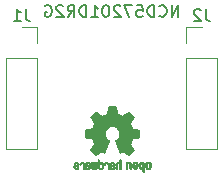
<source format=gbr>
%TF.GenerationSoftware,KiCad,Pcbnew,7.0.10*%
%TF.CreationDate,2024-02-08T11:38:55+02:00*%
%TF.ProjectId,NCD57201DR2G_breakout,4e434435-3732-4303-9144-5232475f6272,0.1*%
%TF.SameCoordinates,Original*%
%TF.FileFunction,Legend,Bot*%
%TF.FilePolarity,Positive*%
%FSLAX46Y46*%
G04 Gerber Fmt 4.6, Leading zero omitted, Abs format (unit mm)*
G04 Created by KiCad (PCBNEW 7.0.10) date 2024-02-08 11:38:55*
%MOMM*%
%LPD*%
G01*
G04 APERTURE LIST*
%ADD10C,0.200000*%
%ADD11C,0.150000*%
%ADD12C,0.010000*%
%ADD13C,0.120000*%
G04 APERTURE END LIST*
D10*
X121695456Y-64662619D02*
X121695456Y-63662619D01*
X121695456Y-63662619D02*
X121124028Y-64662619D01*
X121124028Y-64662619D02*
X121124028Y-63662619D01*
X120076409Y-64567380D02*
X120124028Y-64615000D01*
X120124028Y-64615000D02*
X120266885Y-64662619D01*
X120266885Y-64662619D02*
X120362123Y-64662619D01*
X120362123Y-64662619D02*
X120504980Y-64615000D01*
X120504980Y-64615000D02*
X120600218Y-64519761D01*
X120600218Y-64519761D02*
X120647837Y-64424523D01*
X120647837Y-64424523D02*
X120695456Y-64234047D01*
X120695456Y-64234047D02*
X120695456Y-64091190D01*
X120695456Y-64091190D02*
X120647837Y-63900714D01*
X120647837Y-63900714D02*
X120600218Y-63805476D01*
X120600218Y-63805476D02*
X120504980Y-63710238D01*
X120504980Y-63710238D02*
X120362123Y-63662619D01*
X120362123Y-63662619D02*
X120266885Y-63662619D01*
X120266885Y-63662619D02*
X120124028Y-63710238D01*
X120124028Y-63710238D02*
X120076409Y-63757857D01*
X119647837Y-64662619D02*
X119647837Y-63662619D01*
X119647837Y-63662619D02*
X119409742Y-63662619D01*
X119409742Y-63662619D02*
X119266885Y-63710238D01*
X119266885Y-63710238D02*
X119171647Y-63805476D01*
X119171647Y-63805476D02*
X119124028Y-63900714D01*
X119124028Y-63900714D02*
X119076409Y-64091190D01*
X119076409Y-64091190D02*
X119076409Y-64234047D01*
X119076409Y-64234047D02*
X119124028Y-64424523D01*
X119124028Y-64424523D02*
X119171647Y-64519761D01*
X119171647Y-64519761D02*
X119266885Y-64615000D01*
X119266885Y-64615000D02*
X119409742Y-64662619D01*
X119409742Y-64662619D02*
X119647837Y-64662619D01*
X118171647Y-63662619D02*
X118647837Y-63662619D01*
X118647837Y-63662619D02*
X118695456Y-64138809D01*
X118695456Y-64138809D02*
X118647837Y-64091190D01*
X118647837Y-64091190D02*
X118552599Y-64043571D01*
X118552599Y-64043571D02*
X118314504Y-64043571D01*
X118314504Y-64043571D02*
X118219266Y-64091190D01*
X118219266Y-64091190D02*
X118171647Y-64138809D01*
X118171647Y-64138809D02*
X118124028Y-64234047D01*
X118124028Y-64234047D02*
X118124028Y-64472142D01*
X118124028Y-64472142D02*
X118171647Y-64567380D01*
X118171647Y-64567380D02*
X118219266Y-64615000D01*
X118219266Y-64615000D02*
X118314504Y-64662619D01*
X118314504Y-64662619D02*
X118552599Y-64662619D01*
X118552599Y-64662619D02*
X118647837Y-64615000D01*
X118647837Y-64615000D02*
X118695456Y-64567380D01*
X117790694Y-63662619D02*
X117124028Y-63662619D01*
X117124028Y-63662619D02*
X117552599Y-64662619D01*
X116790694Y-63757857D02*
X116743075Y-63710238D01*
X116743075Y-63710238D02*
X116647837Y-63662619D01*
X116647837Y-63662619D02*
X116409742Y-63662619D01*
X116409742Y-63662619D02*
X116314504Y-63710238D01*
X116314504Y-63710238D02*
X116266885Y-63757857D01*
X116266885Y-63757857D02*
X116219266Y-63853095D01*
X116219266Y-63853095D02*
X116219266Y-63948333D01*
X116219266Y-63948333D02*
X116266885Y-64091190D01*
X116266885Y-64091190D02*
X116838313Y-64662619D01*
X116838313Y-64662619D02*
X116219266Y-64662619D01*
X115600218Y-63662619D02*
X115504980Y-63662619D01*
X115504980Y-63662619D02*
X115409742Y-63710238D01*
X115409742Y-63710238D02*
X115362123Y-63757857D01*
X115362123Y-63757857D02*
X115314504Y-63853095D01*
X115314504Y-63853095D02*
X115266885Y-64043571D01*
X115266885Y-64043571D02*
X115266885Y-64281666D01*
X115266885Y-64281666D02*
X115314504Y-64472142D01*
X115314504Y-64472142D02*
X115362123Y-64567380D01*
X115362123Y-64567380D02*
X115409742Y-64615000D01*
X115409742Y-64615000D02*
X115504980Y-64662619D01*
X115504980Y-64662619D02*
X115600218Y-64662619D01*
X115600218Y-64662619D02*
X115695456Y-64615000D01*
X115695456Y-64615000D02*
X115743075Y-64567380D01*
X115743075Y-64567380D02*
X115790694Y-64472142D01*
X115790694Y-64472142D02*
X115838313Y-64281666D01*
X115838313Y-64281666D02*
X115838313Y-64043571D01*
X115838313Y-64043571D02*
X115790694Y-63853095D01*
X115790694Y-63853095D02*
X115743075Y-63757857D01*
X115743075Y-63757857D02*
X115695456Y-63710238D01*
X115695456Y-63710238D02*
X115600218Y-63662619D01*
X114314504Y-64662619D02*
X114885932Y-64662619D01*
X114600218Y-64662619D02*
X114600218Y-63662619D01*
X114600218Y-63662619D02*
X114695456Y-63805476D01*
X114695456Y-63805476D02*
X114790694Y-63900714D01*
X114790694Y-63900714D02*
X114885932Y-63948333D01*
X113885932Y-64662619D02*
X113885932Y-63662619D01*
X113885932Y-63662619D02*
X113647837Y-63662619D01*
X113647837Y-63662619D02*
X113504980Y-63710238D01*
X113504980Y-63710238D02*
X113409742Y-63805476D01*
X113409742Y-63805476D02*
X113362123Y-63900714D01*
X113362123Y-63900714D02*
X113314504Y-64091190D01*
X113314504Y-64091190D02*
X113314504Y-64234047D01*
X113314504Y-64234047D02*
X113362123Y-64424523D01*
X113362123Y-64424523D02*
X113409742Y-64519761D01*
X113409742Y-64519761D02*
X113504980Y-64615000D01*
X113504980Y-64615000D02*
X113647837Y-64662619D01*
X113647837Y-64662619D02*
X113885932Y-64662619D01*
X112314504Y-64662619D02*
X112647837Y-64186428D01*
X112885932Y-64662619D02*
X112885932Y-63662619D01*
X112885932Y-63662619D02*
X112504980Y-63662619D01*
X112504980Y-63662619D02*
X112409742Y-63710238D01*
X112409742Y-63710238D02*
X112362123Y-63757857D01*
X112362123Y-63757857D02*
X112314504Y-63853095D01*
X112314504Y-63853095D02*
X112314504Y-63995952D01*
X112314504Y-63995952D02*
X112362123Y-64091190D01*
X112362123Y-64091190D02*
X112409742Y-64138809D01*
X112409742Y-64138809D02*
X112504980Y-64186428D01*
X112504980Y-64186428D02*
X112885932Y-64186428D01*
X111933551Y-63757857D02*
X111885932Y-63710238D01*
X111885932Y-63710238D02*
X111790694Y-63662619D01*
X111790694Y-63662619D02*
X111552599Y-63662619D01*
X111552599Y-63662619D02*
X111457361Y-63710238D01*
X111457361Y-63710238D02*
X111409742Y-63757857D01*
X111409742Y-63757857D02*
X111362123Y-63853095D01*
X111362123Y-63853095D02*
X111362123Y-63948333D01*
X111362123Y-63948333D02*
X111409742Y-64091190D01*
X111409742Y-64091190D02*
X111981170Y-64662619D01*
X111981170Y-64662619D02*
X111362123Y-64662619D01*
X110409742Y-63710238D02*
X110504980Y-63662619D01*
X110504980Y-63662619D02*
X110647837Y-63662619D01*
X110647837Y-63662619D02*
X110790694Y-63710238D01*
X110790694Y-63710238D02*
X110885932Y-63805476D01*
X110885932Y-63805476D02*
X110933551Y-63900714D01*
X110933551Y-63900714D02*
X110981170Y-64091190D01*
X110981170Y-64091190D02*
X110981170Y-64234047D01*
X110981170Y-64234047D02*
X110933551Y-64424523D01*
X110933551Y-64424523D02*
X110885932Y-64519761D01*
X110885932Y-64519761D02*
X110790694Y-64615000D01*
X110790694Y-64615000D02*
X110647837Y-64662619D01*
X110647837Y-64662619D02*
X110552599Y-64662619D01*
X110552599Y-64662619D02*
X110409742Y-64615000D01*
X110409742Y-64615000D02*
X110362123Y-64567380D01*
X110362123Y-64567380D02*
X110362123Y-64234047D01*
X110362123Y-64234047D02*
X110552599Y-64234047D01*
D11*
X124005933Y-63987619D02*
X124005933Y-64701904D01*
X124005933Y-64701904D02*
X124053552Y-64844761D01*
X124053552Y-64844761D02*
X124148790Y-64940000D01*
X124148790Y-64940000D02*
X124291647Y-64987619D01*
X124291647Y-64987619D02*
X124386885Y-64987619D01*
X123577361Y-64082857D02*
X123529742Y-64035238D01*
X123529742Y-64035238D02*
X123434504Y-63987619D01*
X123434504Y-63987619D02*
X123196409Y-63987619D01*
X123196409Y-63987619D02*
X123101171Y-64035238D01*
X123101171Y-64035238D02*
X123053552Y-64082857D01*
X123053552Y-64082857D02*
X123005933Y-64178095D01*
X123005933Y-64178095D02*
X123005933Y-64273333D01*
X123005933Y-64273333D02*
X123053552Y-64416190D01*
X123053552Y-64416190D02*
X123624980Y-64987619D01*
X123624980Y-64987619D02*
X123005933Y-64987619D01*
X108765933Y-63987619D02*
X108765933Y-64701904D01*
X108765933Y-64701904D02*
X108813552Y-64844761D01*
X108813552Y-64844761D02*
X108908790Y-64940000D01*
X108908790Y-64940000D02*
X109051647Y-64987619D01*
X109051647Y-64987619D02*
X109146885Y-64987619D01*
X107765933Y-64987619D02*
X108337361Y-64987619D01*
X108051647Y-64987619D02*
X108051647Y-63987619D01*
X108051647Y-63987619D02*
X108146885Y-64130476D01*
X108146885Y-64130476D02*
X108242123Y-64225714D01*
X108242123Y-64225714D02*
X108337361Y-64273333D01*
%TO.C,REF\u002A\u002A*%
D12*
X114733941Y-76939282D02*
X114765774Y-76951758D01*
X114802743Y-76968602D01*
X114802743Y-77455196D01*
X114756812Y-77501127D01*
X114746320Y-77511427D01*
X114717255Y-77534320D01*
X114687943Y-77541735D01*
X114644326Y-77538321D01*
X114626568Y-77536114D01*
X114580767Y-77531445D01*
X114548743Y-77529585D01*
X114539244Y-77529869D01*
X114500274Y-77532948D01*
X114453160Y-77538321D01*
X114438085Y-77540168D01*
X114400110Y-77540893D01*
X114372325Y-77529429D01*
X114340674Y-77501127D01*
X114294743Y-77455196D01*
X114294743Y-77195055D01*
X114295101Y-77118180D01*
X114296216Y-77044886D01*
X114297952Y-76986850D01*
X114300167Y-76948663D01*
X114302721Y-76934914D01*
X114303256Y-76934951D01*
X114321808Y-76941793D01*
X114353153Y-76956868D01*
X114395608Y-76978822D01*
X114399604Y-77207240D01*
X114403600Y-77435657D01*
X114490686Y-77435657D01*
X114494657Y-77185286D01*
X114495916Y-77117227D01*
X114497718Y-77044482D01*
X114499671Y-76986730D01*
X114501612Y-76948648D01*
X114503377Y-76934914D01*
X114503885Y-76934962D01*
X114521482Y-76940015D01*
X114553834Y-76950849D01*
X114599543Y-76966783D01*
X114599765Y-77186706D01*
X114599988Y-77224909D01*
X114601531Y-77299146D01*
X114604292Y-77361145D01*
X114607977Y-77405308D01*
X114612292Y-77426041D01*
X114627732Y-77437131D01*
X114659241Y-77440556D01*
X114693886Y-77435657D01*
X114697857Y-77185286D01*
X114699278Y-77121663D01*
X114702225Y-77046356D01*
X114706079Y-76987286D01*
X114710542Y-76948718D01*
X114715317Y-76934914D01*
X114733941Y-76939282D01*
G36*
X114733941Y-76939282D02*
G01*
X114765774Y-76951758D01*
X114802743Y-76968602D01*
X114802743Y-77455196D01*
X114756812Y-77501127D01*
X114746320Y-77511427D01*
X114717255Y-77534320D01*
X114687943Y-77541735D01*
X114644326Y-77538321D01*
X114626568Y-77536114D01*
X114580767Y-77531445D01*
X114548743Y-77529585D01*
X114539244Y-77529869D01*
X114500274Y-77532948D01*
X114453160Y-77538321D01*
X114438085Y-77540168D01*
X114400110Y-77540893D01*
X114372325Y-77529429D01*
X114340674Y-77501127D01*
X114294743Y-77455196D01*
X114294743Y-77195055D01*
X114295101Y-77118180D01*
X114296216Y-77044886D01*
X114297952Y-76986850D01*
X114300167Y-76948663D01*
X114302721Y-76934914D01*
X114303256Y-76934951D01*
X114321808Y-76941793D01*
X114353153Y-76956868D01*
X114395608Y-76978822D01*
X114399604Y-77207240D01*
X114403600Y-77435657D01*
X114490686Y-77435657D01*
X114494657Y-77185286D01*
X114495916Y-77117227D01*
X114497718Y-77044482D01*
X114499671Y-76986730D01*
X114501612Y-76948648D01*
X114503377Y-76934914D01*
X114503885Y-76934962D01*
X114521482Y-76940015D01*
X114553834Y-76950849D01*
X114599543Y-76966783D01*
X114599765Y-77186706D01*
X114599988Y-77224909D01*
X114601531Y-77299146D01*
X114604292Y-77361145D01*
X114607977Y-77405308D01*
X114612292Y-77426041D01*
X114627732Y-77437131D01*
X114659241Y-77440556D01*
X114693886Y-77435657D01*
X114697857Y-77185286D01*
X114699278Y-77121663D01*
X114702225Y-77046356D01*
X114706079Y-76987286D01*
X114710542Y-76948718D01*
X114715317Y-76934914D01*
X114733941Y-76939282D01*
G37*
X119345714Y-77225200D02*
X119345701Y-77240935D01*
X119344914Y-77311119D01*
X119342210Y-77360022D01*
X119336606Y-77394178D01*
X119327119Y-77420124D01*
X119312768Y-77444397D01*
X119309237Y-77449433D01*
X119271878Y-77489143D01*
X119229311Y-77519092D01*
X119207452Y-77528810D01*
X119128908Y-77545020D01*
X119051231Y-77534535D01*
X118979645Y-77498707D01*
X118919374Y-77438887D01*
X118914286Y-77430873D01*
X118897730Y-77384342D01*
X118886573Y-77319552D01*
X118881160Y-77244727D01*
X118881768Y-77175513D01*
X119028248Y-77175513D01*
X119029402Y-77271399D01*
X119029866Y-77277569D01*
X119036629Y-77330478D01*
X119048671Y-77364029D01*
X119069005Y-77387016D01*
X119103097Y-77408548D01*
X119136814Y-77409680D01*
X119171543Y-77384857D01*
X119177584Y-77378325D01*
X119189417Y-77358779D01*
X119196404Y-77330386D01*
X119199727Y-77286430D01*
X119200571Y-77220192D01*
X119199125Y-77158150D01*
X119191907Y-77099042D01*
X119177006Y-77061686D01*
X119152636Y-77042152D01*
X119117008Y-77036514D01*
X119103440Y-77037635D01*
X119065430Y-77058194D01*
X119040312Y-77104299D01*
X119028248Y-77175513D01*
X118881768Y-77175513D01*
X118881833Y-77168096D01*
X118888937Y-77097882D01*
X118902815Y-77042312D01*
X118920649Y-77005301D01*
X118970855Y-76947733D01*
X119038885Y-76911962D01*
X119122158Y-76899665D01*
X119144398Y-76900331D01*
X119209891Y-76913947D01*
X119263687Y-76948249D01*
X119313057Y-77007338D01*
X119315995Y-77011722D01*
X119329287Y-77035299D01*
X119337932Y-77061949D01*
X119342904Y-77098159D01*
X119345174Y-77150413D01*
X119345678Y-77220192D01*
X119345714Y-77225200D01*
G36*
X119345714Y-77225200D02*
G01*
X119345701Y-77240935D01*
X119344914Y-77311119D01*
X119342210Y-77360022D01*
X119336606Y-77394178D01*
X119327119Y-77420124D01*
X119312768Y-77444397D01*
X119309237Y-77449433D01*
X119271878Y-77489143D01*
X119229311Y-77519092D01*
X119207452Y-77528810D01*
X119128908Y-77545020D01*
X119051231Y-77534535D01*
X118979645Y-77498707D01*
X118919374Y-77438887D01*
X118914286Y-77430873D01*
X118897730Y-77384342D01*
X118886573Y-77319552D01*
X118881160Y-77244727D01*
X118881768Y-77175513D01*
X119028248Y-77175513D01*
X119029402Y-77271399D01*
X119029866Y-77277569D01*
X119036629Y-77330478D01*
X119048671Y-77364029D01*
X119069005Y-77387016D01*
X119103097Y-77408548D01*
X119136814Y-77409680D01*
X119171543Y-77384857D01*
X119177584Y-77378325D01*
X119189417Y-77358779D01*
X119196404Y-77330386D01*
X119199727Y-77286430D01*
X119200571Y-77220192D01*
X119199125Y-77158150D01*
X119191907Y-77099042D01*
X119177006Y-77061686D01*
X119152636Y-77042152D01*
X119117008Y-77036514D01*
X119103440Y-77037635D01*
X119065430Y-77058194D01*
X119040312Y-77104299D01*
X119028248Y-77175513D01*
X118881768Y-77175513D01*
X118881833Y-77168096D01*
X118888937Y-77097882D01*
X118902815Y-77042312D01*
X118920649Y-77005301D01*
X118970855Y-76947733D01*
X119038885Y-76911962D01*
X119122158Y-76899665D01*
X119144398Y-76900331D01*
X119209891Y-76913947D01*
X119263687Y-76948249D01*
X119313057Y-77007338D01*
X119315995Y-77011722D01*
X119329287Y-77035299D01*
X119337932Y-77061949D01*
X119342904Y-77098159D01*
X119345174Y-77150413D01*
X119345678Y-77220192D01*
X119345714Y-77225200D01*
G37*
X113220590Y-77242622D02*
X113220307Y-77281305D01*
X113216762Y-77357521D01*
X113207483Y-77413294D01*
X113190375Y-77454613D01*
X113163344Y-77487467D01*
X113124292Y-77517846D01*
X113099445Y-77531660D01*
X113059615Y-77540965D01*
X113003665Y-77540230D01*
X112972385Y-77537283D01*
X112934653Y-77528283D01*
X112904494Y-77508720D01*
X112869408Y-77472267D01*
X112864720Y-77466943D01*
X112833177Y-77425969D01*
X112818128Y-77390283D01*
X112814286Y-77347966D01*
X112814286Y-77285779D01*
X112857742Y-77302182D01*
X112889424Y-77321356D01*
X112916962Y-77366347D01*
X112922711Y-77380752D01*
X112954855Y-77421546D01*
X112998611Y-77442081D01*
X113046254Y-77440235D01*
X113090057Y-77413886D01*
X113105111Y-77397455D01*
X113118763Y-77372667D01*
X113114493Y-77350144D01*
X113089916Y-77326964D01*
X113042651Y-77300202D01*
X112970314Y-77266934D01*
X112821543Y-77201816D01*
X112817595Y-77137308D01*
X112819079Y-77096220D01*
X112916010Y-77096220D01*
X112923368Y-77121657D01*
X112956848Y-77148814D01*
X113017614Y-77179714D01*
X113027669Y-77184190D01*
X113075751Y-77205017D01*
X113111726Y-77219665D01*
X113128444Y-77225200D01*
X113130977Y-77221126D01*
X113131993Y-77196247D01*
X113128369Y-77156257D01*
X113119242Y-77117152D01*
X113090773Y-77067884D01*
X113049678Y-77040122D01*
X113000590Y-77036364D01*
X112948144Y-77059109D01*
X112933609Y-77070481D01*
X112916010Y-77096220D01*
X112819079Y-77096220D01*
X112819338Y-77089064D01*
X112841281Y-77028096D01*
X112868979Y-76994497D01*
X112926405Y-76956966D01*
X112994527Y-76938006D01*
X113064947Y-76939507D01*
X113129267Y-76963355D01*
X113143426Y-76972513D01*
X113175904Y-77000849D01*
X113198116Y-77036695D01*
X113211804Y-77085384D01*
X113218715Y-77152249D01*
X113219628Y-77196247D01*
X113220590Y-77242622D01*
G36*
X113220590Y-77242622D02*
G01*
X113220307Y-77281305D01*
X113216762Y-77357521D01*
X113207483Y-77413294D01*
X113190375Y-77454613D01*
X113163344Y-77487467D01*
X113124292Y-77517846D01*
X113099445Y-77531660D01*
X113059615Y-77540965D01*
X113003665Y-77540230D01*
X112972385Y-77537283D01*
X112934653Y-77528283D01*
X112904494Y-77508720D01*
X112869408Y-77472267D01*
X112864720Y-77466943D01*
X112833177Y-77425969D01*
X112818128Y-77390283D01*
X112814286Y-77347966D01*
X112814286Y-77285779D01*
X112857742Y-77302182D01*
X112889424Y-77321356D01*
X112916962Y-77366347D01*
X112922711Y-77380752D01*
X112954855Y-77421546D01*
X112998611Y-77442081D01*
X113046254Y-77440235D01*
X113090057Y-77413886D01*
X113105111Y-77397455D01*
X113118763Y-77372667D01*
X113114493Y-77350144D01*
X113089916Y-77326964D01*
X113042651Y-77300202D01*
X112970314Y-77266934D01*
X112821543Y-77201816D01*
X112817595Y-77137308D01*
X112819079Y-77096220D01*
X112916010Y-77096220D01*
X112923368Y-77121657D01*
X112956848Y-77148814D01*
X113017614Y-77179714D01*
X113027669Y-77184190D01*
X113075751Y-77205017D01*
X113111726Y-77219665D01*
X113128444Y-77225200D01*
X113130977Y-77221126D01*
X113131993Y-77196247D01*
X113128369Y-77156257D01*
X113119242Y-77117152D01*
X113090773Y-77067884D01*
X113049678Y-77040122D01*
X113000590Y-77036364D01*
X112948144Y-77059109D01*
X112933609Y-77070481D01*
X112916010Y-77096220D01*
X112819079Y-77096220D01*
X112819338Y-77089064D01*
X112841281Y-77028096D01*
X112868979Y-76994497D01*
X112926405Y-76956966D01*
X112994527Y-76938006D01*
X113064947Y-76939507D01*
X113129267Y-76963355D01*
X113143426Y-76972513D01*
X113175904Y-77000849D01*
X113198116Y-77036695D01*
X113211804Y-77085384D01*
X113218715Y-77152249D01*
X113219628Y-77196247D01*
X113220590Y-77242622D01*
G37*
X117511020Y-76907822D02*
X117578810Y-76939680D01*
X117634366Y-76994770D01*
X117645881Y-77012016D01*
X117655432Y-77031562D01*
X117662206Y-77056198D01*
X117666819Y-77090711D01*
X117669888Y-77139889D01*
X117672029Y-77208519D01*
X117673859Y-77301389D01*
X117678404Y-77559007D01*
X117640225Y-77544491D01*
X117605268Y-77531156D01*
X117579097Y-77518323D01*
X117562013Y-77501780D01*
X117552086Y-77476465D01*
X117547386Y-77437316D01*
X117545982Y-77379268D01*
X117545943Y-77297261D01*
X117545744Y-77231895D01*
X117544559Y-77169173D01*
X117541729Y-77126334D01*
X117536609Y-77098220D01*
X117528553Y-77079675D01*
X117516914Y-77065543D01*
X117488303Y-77045600D01*
X117440239Y-77038083D01*
X117392688Y-77057079D01*
X117389550Y-77059511D01*
X117379769Y-77070748D01*
X117372553Y-77088770D01*
X117367299Y-77118026D01*
X117363402Y-77162962D01*
X117360256Y-77228028D01*
X117357257Y-77317670D01*
X117350000Y-77557697D01*
X117288314Y-77530044D01*
X117226629Y-77502391D01*
X117226629Y-77283246D01*
X117226884Y-77223711D01*
X117229086Y-77140892D01*
X117234661Y-77079227D01*
X117244941Y-77033748D01*
X117261258Y-76999484D01*
X117284943Y-76971466D01*
X117317328Y-76944723D01*
X117363907Y-76917780D01*
X117437287Y-76900191D01*
X117511020Y-76907822D01*
G36*
X117511020Y-76907822D02*
G01*
X117578810Y-76939680D01*
X117634366Y-76994770D01*
X117645881Y-77012016D01*
X117655432Y-77031562D01*
X117662206Y-77056198D01*
X117666819Y-77090711D01*
X117669888Y-77139889D01*
X117672029Y-77208519D01*
X117673859Y-77301389D01*
X117678404Y-77559007D01*
X117640225Y-77544491D01*
X117605268Y-77531156D01*
X117579097Y-77518323D01*
X117562013Y-77501780D01*
X117552086Y-77476465D01*
X117547386Y-77437316D01*
X117545982Y-77379268D01*
X117545943Y-77297261D01*
X117545744Y-77231895D01*
X117544559Y-77169173D01*
X117541729Y-77126334D01*
X117536609Y-77098220D01*
X117528553Y-77079675D01*
X117516914Y-77065543D01*
X117488303Y-77045600D01*
X117440239Y-77038083D01*
X117392688Y-77057079D01*
X117389550Y-77059511D01*
X117379769Y-77070748D01*
X117372553Y-77088770D01*
X117367299Y-77118026D01*
X117363402Y-77162962D01*
X117360256Y-77228028D01*
X117357257Y-77317670D01*
X117350000Y-77557697D01*
X117288314Y-77530044D01*
X117226629Y-77502391D01*
X117226629Y-77283246D01*
X117226884Y-77223711D01*
X117229086Y-77140892D01*
X117234661Y-77079227D01*
X117244941Y-77033748D01*
X117261258Y-76999484D01*
X117284943Y-76971466D01*
X117317328Y-76944723D01*
X117363907Y-76917780D01*
X117437287Y-76900191D01*
X117511020Y-76907822D01*
G37*
X113562829Y-76941097D02*
X113622753Y-76963355D01*
X113647673Y-76980080D01*
X113672910Y-77004043D01*
X113690912Y-77034526D01*
X113702858Y-77076023D01*
X113709930Y-77133032D01*
X113713308Y-77210047D01*
X113714171Y-77311565D01*
X113714002Y-77364027D01*
X113713153Y-77435715D01*
X113711711Y-77492925D01*
X113709814Y-77530809D01*
X113707597Y-77544514D01*
X113693172Y-77539981D01*
X113664054Y-77527670D01*
X113663181Y-77527272D01*
X113648060Y-77519356D01*
X113637891Y-77508495D01*
X113631691Y-77489471D01*
X113628478Y-77457069D01*
X113627270Y-77406071D01*
X113627086Y-77331261D01*
X113626714Y-77283804D01*
X113622750Y-77194615D01*
X113613673Y-77129287D01*
X113598524Y-77084393D01*
X113576345Y-77056507D01*
X113546175Y-77042203D01*
X113541990Y-77041206D01*
X113485480Y-77040427D01*
X113441410Y-77065744D01*
X113410972Y-77116502D01*
X113405544Y-77131175D01*
X113393171Y-77163649D01*
X113386905Y-77178572D01*
X113374036Y-77176516D01*
X113345933Y-77165357D01*
X113319721Y-77146927D01*
X113307771Y-77112098D01*
X113311336Y-77087151D01*
X113333235Y-77036547D01*
X113368644Y-76989128D01*
X113410052Y-76956334D01*
X113427400Y-76948752D01*
X113493089Y-76936076D01*
X113562829Y-76941097D01*
G36*
X113562829Y-76941097D02*
G01*
X113622753Y-76963355D01*
X113647673Y-76980080D01*
X113672910Y-77004043D01*
X113690912Y-77034526D01*
X113702858Y-77076023D01*
X113709930Y-77133032D01*
X113713308Y-77210047D01*
X113714171Y-77311565D01*
X113714002Y-77364027D01*
X113713153Y-77435715D01*
X113711711Y-77492925D01*
X113709814Y-77530809D01*
X113707597Y-77544514D01*
X113693172Y-77539981D01*
X113664054Y-77527670D01*
X113663181Y-77527272D01*
X113648060Y-77519356D01*
X113637891Y-77508495D01*
X113631691Y-77489471D01*
X113628478Y-77457069D01*
X113627270Y-77406071D01*
X113627086Y-77331261D01*
X113626714Y-77283804D01*
X113622750Y-77194615D01*
X113613673Y-77129287D01*
X113598524Y-77084393D01*
X113576345Y-77056507D01*
X113546175Y-77042203D01*
X113541990Y-77041206D01*
X113485480Y-77040427D01*
X113441410Y-77065744D01*
X113410972Y-77116502D01*
X113405544Y-77131175D01*
X113393171Y-77163649D01*
X113386905Y-77178572D01*
X113374036Y-77176516D01*
X113345933Y-77165357D01*
X113319721Y-77146927D01*
X113307771Y-77112098D01*
X113311336Y-77087151D01*
X113333235Y-77036547D01*
X113368644Y-76989128D01*
X113410052Y-76956334D01*
X113427400Y-76948752D01*
X113493089Y-76936076D01*
X113562829Y-76941097D01*
G37*
X115310698Y-77239714D02*
X115309537Y-77296313D01*
X115301345Y-77373462D01*
X115283519Y-77431276D01*
X115253975Y-77475422D01*
X115210625Y-77511568D01*
X115169332Y-77532463D01*
X115099987Y-77544090D01*
X115030736Y-77531377D01*
X114968145Y-77495945D01*
X114918779Y-77439418D01*
X114912818Y-77428995D01*
X114904945Y-77410733D01*
X114899106Y-77387429D01*
X114894999Y-77355085D01*
X114892325Y-77309704D01*
X114890781Y-77247287D01*
X114890734Y-77241748D01*
X114991429Y-77241748D01*
X114991772Y-77294577D01*
X114993942Y-77342362D01*
X114999307Y-77373209D01*
X115009217Y-77393935D01*
X115025021Y-77411356D01*
X115028724Y-77414705D01*
X115076299Y-77439419D01*
X115126635Y-77436890D01*
X115173517Y-77407288D01*
X115187477Y-77391953D01*
X115199160Y-77371622D01*
X115205686Y-77343514D01*
X115208524Y-77300550D01*
X115209143Y-77235647D01*
X115208837Y-77186122D01*
X115206722Y-77137782D01*
X115201390Y-77106587D01*
X115191460Y-77085647D01*
X115175550Y-77068073D01*
X115166204Y-77060159D01*
X115117776Y-77038843D01*
X115067040Y-77042198D01*
X115022987Y-77070107D01*
X115013504Y-77081173D01*
X115001939Y-77102009D01*
X114995252Y-77131106D01*
X114992173Y-77175381D01*
X114991429Y-77241748D01*
X114890734Y-77241748D01*
X114890067Y-77163837D01*
X114889883Y-77055358D01*
X114889829Y-76718601D01*
X114937000Y-76738362D01*
X114949472Y-76743770D01*
X114969324Y-76755985D01*
X114980687Y-76774482D01*
X114986933Y-76806829D01*
X114991429Y-76860593D01*
X114995535Y-76908866D01*
X115000963Y-76940557D01*
X115008739Y-76952383D01*
X115020457Y-76949212D01*
X115050318Y-76938067D01*
X115103684Y-76935304D01*
X115161093Y-76945625D01*
X115210625Y-76967861D01*
X115237876Y-76988443D01*
X115272865Y-77028600D01*
X115295274Y-77080086D01*
X115307190Y-77148568D01*
X115310542Y-77235647D01*
X115310698Y-77239714D01*
G36*
X115310698Y-77239714D02*
G01*
X115309537Y-77296313D01*
X115301345Y-77373462D01*
X115283519Y-77431276D01*
X115253975Y-77475422D01*
X115210625Y-77511568D01*
X115169332Y-77532463D01*
X115099987Y-77544090D01*
X115030736Y-77531377D01*
X114968145Y-77495945D01*
X114918779Y-77439418D01*
X114912818Y-77428995D01*
X114904945Y-77410733D01*
X114899106Y-77387429D01*
X114894999Y-77355085D01*
X114892325Y-77309704D01*
X114890781Y-77247287D01*
X114890734Y-77241748D01*
X114991429Y-77241748D01*
X114991772Y-77294577D01*
X114993942Y-77342362D01*
X114999307Y-77373209D01*
X115009217Y-77393935D01*
X115025021Y-77411356D01*
X115028724Y-77414705D01*
X115076299Y-77439419D01*
X115126635Y-77436890D01*
X115173517Y-77407288D01*
X115187477Y-77391953D01*
X115199160Y-77371622D01*
X115205686Y-77343514D01*
X115208524Y-77300550D01*
X115209143Y-77235647D01*
X115208837Y-77186122D01*
X115206722Y-77137782D01*
X115201390Y-77106587D01*
X115191460Y-77085647D01*
X115175550Y-77068073D01*
X115166204Y-77060159D01*
X115117776Y-77038843D01*
X115067040Y-77042198D01*
X115022987Y-77070107D01*
X115013504Y-77081173D01*
X115001939Y-77102009D01*
X114995252Y-77131106D01*
X114992173Y-77175381D01*
X114991429Y-77241748D01*
X114890734Y-77241748D01*
X114890067Y-77163837D01*
X114889883Y-77055358D01*
X114889829Y-76718601D01*
X114937000Y-76738362D01*
X114949472Y-76743770D01*
X114969324Y-76755985D01*
X114980687Y-76774482D01*
X114986933Y-76806829D01*
X114991429Y-76860593D01*
X114995535Y-76908866D01*
X115000963Y-76940557D01*
X115008739Y-76952383D01*
X115020457Y-76949212D01*
X115050318Y-76938067D01*
X115103684Y-76935304D01*
X115161093Y-76945625D01*
X115210625Y-76967861D01*
X115237876Y-76988443D01*
X115272865Y-77028600D01*
X115295274Y-77080086D01*
X115307190Y-77148568D01*
X115310542Y-77235647D01*
X115310698Y-77239714D01*
G37*
X116758543Y-76739444D02*
X116805714Y-76759342D01*
X116805714Y-77156509D01*
X116805519Y-77259498D01*
X116804998Y-77352141D01*
X116804199Y-77430700D01*
X116803172Y-77491439D01*
X116801963Y-77530623D01*
X116800623Y-77544514D01*
X116800099Y-77544468D01*
X116782287Y-77539420D01*
X116749823Y-77528580D01*
X116704114Y-77512646D01*
X116704114Y-77308173D01*
X116703824Y-77227832D01*
X116702474Y-77169562D01*
X116699369Y-77129909D01*
X116693812Y-77103618D01*
X116685107Y-77085436D01*
X116672556Y-77070107D01*
X116663999Y-77061955D01*
X116617728Y-77039375D01*
X116566728Y-77041375D01*
X116519993Y-77068073D01*
X116513189Y-77074698D01*
X116502293Y-77088456D01*
X116494836Y-77106642D01*
X116490169Y-77134177D01*
X116487642Y-77175981D01*
X116486602Y-77236973D01*
X116486400Y-77322073D01*
X116486303Y-77365234D01*
X116485674Y-77436224D01*
X116484556Y-77493076D01*
X116483063Y-77530828D01*
X116481309Y-77544514D01*
X116480785Y-77544468D01*
X116462973Y-77539420D01*
X116430509Y-77528580D01*
X116384800Y-77512646D01*
X116384823Y-77307237D01*
X116384857Y-77288951D01*
X116386778Y-77193626D01*
X116392678Y-77121543D01*
X116404001Y-77067813D01*
X116422187Y-77027549D01*
X116448679Y-76995861D01*
X116484918Y-76967861D01*
X116520263Y-76950333D01*
X116576773Y-76936785D01*
X116632356Y-76936015D01*
X116675086Y-76949195D01*
X116678298Y-76951015D01*
X116688205Y-76950820D01*
X116694975Y-76935572D01*
X116699861Y-76900613D01*
X116704114Y-76841289D01*
X116711371Y-76719547D01*
X116758543Y-76739444D01*
G36*
X116758543Y-76739444D02*
G01*
X116805714Y-76759342D01*
X116805714Y-77156509D01*
X116805519Y-77259498D01*
X116804998Y-77352141D01*
X116804199Y-77430700D01*
X116803172Y-77491439D01*
X116801963Y-77530623D01*
X116800623Y-77544514D01*
X116800099Y-77544468D01*
X116782287Y-77539420D01*
X116749823Y-77528580D01*
X116704114Y-77512646D01*
X116704114Y-77308173D01*
X116703824Y-77227832D01*
X116702474Y-77169562D01*
X116699369Y-77129909D01*
X116693812Y-77103618D01*
X116685107Y-77085436D01*
X116672556Y-77070107D01*
X116663999Y-77061955D01*
X116617728Y-77039375D01*
X116566728Y-77041375D01*
X116519993Y-77068073D01*
X116513189Y-77074698D01*
X116502293Y-77088456D01*
X116494836Y-77106642D01*
X116490169Y-77134177D01*
X116487642Y-77175981D01*
X116486602Y-77236973D01*
X116486400Y-77322073D01*
X116486303Y-77365234D01*
X116485674Y-77436224D01*
X116484556Y-77493076D01*
X116483063Y-77530828D01*
X116481309Y-77544514D01*
X116480785Y-77544468D01*
X116462973Y-77539420D01*
X116430509Y-77528580D01*
X116384800Y-77512646D01*
X116384823Y-77307237D01*
X116384857Y-77288951D01*
X116386778Y-77193626D01*
X116392678Y-77121543D01*
X116404001Y-77067813D01*
X116422187Y-77027549D01*
X116448679Y-76995861D01*
X116484918Y-76967861D01*
X116520263Y-76950333D01*
X116576773Y-76936785D01*
X116632356Y-76936015D01*
X116675086Y-76949195D01*
X116678298Y-76951015D01*
X116688205Y-76950820D01*
X116694975Y-76935572D01*
X116699861Y-76900613D01*
X116704114Y-76841289D01*
X116711371Y-76719547D01*
X116758543Y-76739444D01*
G37*
X116169483Y-76950569D02*
X116219376Y-76979661D01*
X116241325Y-77002327D01*
X116283504Y-77070082D01*
X116297714Y-77143950D01*
X116297714Y-77194770D01*
X116250999Y-77175128D01*
X116218692Y-77155308D01*
X116193231Y-77114160D01*
X116190616Y-77105675D01*
X116162478Y-77062451D01*
X116120067Y-77039103D01*
X116071370Y-77038100D01*
X116024373Y-77061914D01*
X116017357Y-77068056D01*
X115993893Y-77094745D01*
X115990019Y-77118014D01*
X116007768Y-77140862D01*
X116049179Y-77166287D01*
X116116286Y-77197288D01*
X116120824Y-77199252D01*
X116195322Y-77233990D01*
X116246203Y-77264763D01*
X116277525Y-77295488D01*
X116293343Y-77330082D01*
X116297714Y-77372462D01*
X116291986Y-77419446D01*
X116263062Y-77479585D01*
X116212178Y-77522788D01*
X116175374Y-77535759D01*
X116123434Y-77542856D01*
X116072999Y-77541340D01*
X116036983Y-77530632D01*
X116033158Y-77527966D01*
X116022998Y-77509337D01*
X116030048Y-77476505D01*
X116042297Y-77450735D01*
X116061939Y-77440006D01*
X116099191Y-77440539D01*
X116150908Y-77437462D01*
X116184701Y-77416212D01*
X116196114Y-77376877D01*
X116196104Y-77375747D01*
X116189187Y-77352913D01*
X116165659Y-77331963D01*
X116119914Y-77307815D01*
X116057704Y-77278741D01*
X116016499Y-77262925D01*
X115992712Y-77263944D01*
X115981597Y-77284837D01*
X115978408Y-77328641D01*
X115978400Y-77398393D01*
X115978044Y-77441452D01*
X115976413Y-77494626D01*
X115973761Y-77531022D01*
X115970422Y-77544514D01*
X115969530Y-77544423D01*
X115950237Y-77537110D01*
X115918284Y-77521678D01*
X115874124Y-77498842D01*
X115879371Y-77293078D01*
X115879736Y-77279432D01*
X115883904Y-77183651D01*
X115891268Y-77111462D01*
X115903330Y-77058058D01*
X115921593Y-77018633D01*
X115947560Y-76988380D01*
X115982733Y-76962493D01*
X115983384Y-76962087D01*
X116040256Y-76940968D01*
X116106033Y-76937400D01*
X116169483Y-76950569D01*
G36*
X116169483Y-76950569D02*
G01*
X116219376Y-76979661D01*
X116241325Y-77002327D01*
X116283504Y-77070082D01*
X116297714Y-77143950D01*
X116297714Y-77194770D01*
X116250999Y-77175128D01*
X116218692Y-77155308D01*
X116193231Y-77114160D01*
X116190616Y-77105675D01*
X116162478Y-77062451D01*
X116120067Y-77039103D01*
X116071370Y-77038100D01*
X116024373Y-77061914D01*
X116017357Y-77068056D01*
X115993893Y-77094745D01*
X115990019Y-77118014D01*
X116007768Y-77140862D01*
X116049179Y-77166287D01*
X116116286Y-77197288D01*
X116120824Y-77199252D01*
X116195322Y-77233990D01*
X116246203Y-77264763D01*
X116277525Y-77295488D01*
X116293343Y-77330082D01*
X116297714Y-77372462D01*
X116291986Y-77419446D01*
X116263062Y-77479585D01*
X116212178Y-77522788D01*
X116175374Y-77535759D01*
X116123434Y-77542856D01*
X116072999Y-77541340D01*
X116036983Y-77530632D01*
X116033158Y-77527966D01*
X116022998Y-77509337D01*
X116030048Y-77476505D01*
X116042297Y-77450735D01*
X116061939Y-77440006D01*
X116099191Y-77440539D01*
X116150908Y-77437462D01*
X116184701Y-77416212D01*
X116196114Y-77376877D01*
X116196104Y-77375747D01*
X116189187Y-77352913D01*
X116165659Y-77331963D01*
X116119914Y-77307815D01*
X116057704Y-77278741D01*
X116016499Y-77262925D01*
X115992712Y-77263944D01*
X115981597Y-77284837D01*
X115978408Y-77328641D01*
X115978400Y-77398393D01*
X115978044Y-77441452D01*
X115976413Y-77494626D01*
X115973761Y-77531022D01*
X115970422Y-77544514D01*
X115969530Y-77544423D01*
X115950237Y-77537110D01*
X115918284Y-77521678D01*
X115874124Y-77498842D01*
X115879371Y-77293078D01*
X115879736Y-77279432D01*
X115883904Y-77183651D01*
X115891268Y-77111462D01*
X115903330Y-77058058D01*
X115921593Y-77018633D01*
X115947560Y-76988380D01*
X115982733Y-76962493D01*
X115983384Y-76962087D01*
X116040256Y-76940968D01*
X116106033Y-76937400D01*
X116169483Y-76950569D01*
G37*
X116193933Y-72232371D02*
X116269856Y-72232865D01*
X116324491Y-72234135D01*
X116361500Y-72236547D01*
X116384547Y-72240467D01*
X116397296Y-72246262D01*
X116403411Y-72254299D01*
X116406556Y-72264943D01*
X116406646Y-72265325D01*
X116411814Y-72290347D01*
X116421209Y-72338681D01*
X116433867Y-72405260D01*
X116448825Y-72485014D01*
X116465119Y-72572875D01*
X116466448Y-72580064D01*
X116482691Y-72665340D01*
X116497805Y-72740242D01*
X116510808Y-72800219D01*
X116520715Y-72840717D01*
X116526544Y-72857184D01*
X116526575Y-72857210D01*
X116544943Y-72866320D01*
X116582640Y-72881457D01*
X116631543Y-72899358D01*
X116634297Y-72900330D01*
X116696817Y-72923959D01*
X116769543Y-72953595D01*
X116837294Y-72983062D01*
X116948703Y-73033626D01*
X117195399Y-72865160D01*
X117212775Y-72853311D01*
X117287202Y-72802947D01*
X117353614Y-72758612D01*
X117408039Y-72722916D01*
X117446506Y-72698471D01*
X117465042Y-72687889D01*
X117477743Y-72690315D01*
X117506579Y-72709110D01*
X117551143Y-72746330D01*
X117612670Y-72803020D01*
X117692398Y-72880227D01*
X117699532Y-72887255D01*
X117762796Y-72950222D01*
X117818990Y-73007268D01*
X117864677Y-73054817D01*
X117896414Y-73089297D01*
X117910764Y-73107131D01*
X117910810Y-73107217D01*
X117912633Y-73120795D01*
X117905910Y-73142820D01*
X117888946Y-73176304D01*
X117860044Y-73224261D01*
X117817508Y-73289704D01*
X117759644Y-73375645D01*
X117749783Y-73390151D01*
X117699913Y-73463635D01*
X117655905Y-73528687D01*
X117620380Y-73581417D01*
X117595959Y-73617936D01*
X117585264Y-73634356D01*
X117584458Y-73637834D01*
X117589518Y-73663785D01*
X117604677Y-73706159D01*
X117627463Y-73757728D01*
X117658429Y-73825170D01*
X117693004Y-73905195D01*
X117722366Y-73977629D01*
X117729645Y-73996377D01*
X117748710Y-74044246D01*
X117762715Y-74077596D01*
X117769041Y-74090114D01*
X117776025Y-74091050D01*
X117807413Y-74096461D01*
X117858787Y-74105806D01*
X117924802Y-74118069D01*
X118000113Y-74132232D01*
X118079375Y-74147280D01*
X118157243Y-74162195D01*
X118228370Y-74175961D01*
X118287412Y-74187562D01*
X118329022Y-74195980D01*
X118347857Y-74200199D01*
X118350980Y-74201389D01*
X118358591Y-74207805D01*
X118364254Y-74221465D01*
X118368251Y-74245999D01*
X118370866Y-74285038D01*
X118372384Y-74342213D01*
X118373086Y-74421154D01*
X118373257Y-74525492D01*
X118373257Y-74842799D01*
X118297057Y-74857839D01*
X118287840Y-74859642D01*
X118238891Y-74868980D01*
X118171205Y-74881669D01*
X118092478Y-74896273D01*
X118010400Y-74911355D01*
X117978078Y-74917422D01*
X117905855Y-74932181D01*
X117845666Y-74946137D01*
X117803040Y-74957952D01*
X117783510Y-74966287D01*
X117774660Y-74979905D01*
X117758548Y-75015938D01*
X117742065Y-75062572D01*
X117736263Y-75080034D01*
X117714906Y-75137358D01*
X117687359Y-75205201D01*
X117658107Y-75272355D01*
X117642463Y-75307430D01*
X117620174Y-75359822D01*
X117604857Y-75399058D01*
X117599162Y-75418563D01*
X117599478Y-75420036D01*
X117610281Y-75440729D01*
X117634638Y-75480665D01*
X117670081Y-75535972D01*
X117714136Y-75602781D01*
X117764332Y-75677220D01*
X117929501Y-75919623D01*
X117712503Y-76136983D01*
X117691516Y-76157899D01*
X117627342Y-76220505D01*
X117569990Y-76274495D01*
X117522820Y-76316826D01*
X117489192Y-76344457D01*
X117472467Y-76354343D01*
X117454303Y-76346821D01*
X117416265Y-76325227D01*
X117362726Y-76292151D01*
X117297884Y-76250191D01*
X117225940Y-76201943D01*
X117155275Y-76154291D01*
X117091526Y-76112328D01*
X117039513Y-76079165D01*
X117003279Y-76057378D01*
X116986867Y-76049543D01*
X116985905Y-76049614D01*
X116964103Y-76057338D01*
X116925440Y-76075323D01*
X116877612Y-76100013D01*
X116877110Y-76100284D01*
X116813587Y-76132099D01*
X116770060Y-76147642D01*
X116743052Y-76147685D01*
X116729090Y-76133000D01*
X116723180Y-76118544D01*
X116707229Y-76079831D01*
X116682660Y-76020316D01*
X116650779Y-75943165D01*
X116612893Y-75851541D01*
X116570310Y-75748607D01*
X116524337Y-75637526D01*
X116482667Y-75536472D01*
X116440268Y-75432780D01*
X116402756Y-75340119D01*
X116371388Y-75261642D01*
X116347425Y-75200500D01*
X116332123Y-75159843D01*
X116326743Y-75142825D01*
X116337018Y-75127219D01*
X116365563Y-75101162D01*
X116405971Y-75070887D01*
X116502979Y-74991684D01*
X116589793Y-74890475D01*
X116653322Y-74779116D01*
X116693177Y-74660893D01*
X116708965Y-74539095D01*
X116700296Y-74417010D01*
X116666778Y-74297925D01*
X116608021Y-74185129D01*
X116523632Y-74081911D01*
X116479631Y-74041713D01*
X116374211Y-73970638D01*
X116261410Y-73924301D01*
X116144525Y-73901599D01*
X116026853Y-73901428D01*
X115911690Y-73922687D01*
X115802335Y-73964270D01*
X115702083Y-74025076D01*
X115614233Y-74104001D01*
X115542080Y-74199941D01*
X115488922Y-74311795D01*
X115458057Y-74438457D01*
X115452392Y-74499507D01*
X115460185Y-74631776D01*
X115495284Y-74757266D01*
X115556649Y-74873759D01*
X115643243Y-74979039D01*
X115754029Y-75070887D01*
X115792931Y-75099930D01*
X115822104Y-75126272D01*
X115833257Y-75142800D01*
X115828810Y-75157209D01*
X115814378Y-75195815D01*
X115791173Y-75255201D01*
X115760452Y-75332215D01*
X115723474Y-75423703D01*
X115681496Y-75526516D01*
X115635778Y-75637502D01*
X115594178Y-75738072D01*
X115551222Y-75841947D01*
X115512829Y-75934819D01*
X115480305Y-76013525D01*
X115454958Y-76074899D01*
X115438095Y-76115779D01*
X115431025Y-76133000D01*
X115430943Y-76133204D01*
X115416798Y-76147745D01*
X115389659Y-76147579D01*
X115346023Y-76131927D01*
X115282388Y-76100013D01*
X115277379Y-76097326D01*
X115230125Y-76073150D01*
X115192811Y-76056037D01*
X115173133Y-76049543D01*
X115157005Y-76057218D01*
X115120959Y-76078871D01*
X115069092Y-76111928D01*
X115005445Y-76153810D01*
X114934060Y-76201943D01*
X114863724Y-76249131D01*
X114798670Y-76291267D01*
X114744820Y-76324578D01*
X114706374Y-76346469D01*
X114687534Y-76354343D01*
X114684325Y-76353343D01*
X114661954Y-76337584D01*
X114623733Y-76305033D01*
X114573021Y-76258733D01*
X114513181Y-76201726D01*
X114447571Y-76137058D01*
X114230648Y-75919772D01*
X114399601Y-75671253D01*
X114568553Y-75422733D01*
X114517183Y-75311595D01*
X114517031Y-75311266D01*
X114486183Y-75240418D01*
X114454661Y-75161523D01*
X114429266Y-75091600D01*
X114425423Y-75080322D01*
X114406047Y-75027967D01*
X114388574Y-74987283D01*
X114376388Y-74966287D01*
X114371426Y-74963322D01*
X114341634Y-74953375D01*
X114291047Y-74940505D01*
X114225194Y-74926053D01*
X114149600Y-74911355D01*
X114126957Y-74907210D01*
X114045038Y-74892116D01*
X113968600Y-74877899D01*
X113905337Y-74865995D01*
X113862943Y-74857839D01*
X113786743Y-74842799D01*
X113786743Y-74525492D01*
X113786760Y-74486476D01*
X113787082Y-74391292D01*
X113788033Y-74320255D01*
X113789896Y-74269734D01*
X113792955Y-74236098D01*
X113797494Y-74215718D01*
X113803795Y-74204962D01*
X113812143Y-74200199D01*
X113820224Y-74198270D01*
X113853172Y-74191445D01*
X113905736Y-74181022D01*
X113972569Y-74168018D01*
X114048328Y-74153449D01*
X114127665Y-74138333D01*
X114205237Y-74123685D01*
X114275698Y-74110523D01*
X114333702Y-74099863D01*
X114373904Y-74092721D01*
X114390959Y-74090114D01*
X114392112Y-74088541D01*
X114401385Y-74068119D01*
X114417432Y-74029045D01*
X114437635Y-73977629D01*
X114465672Y-73908353D01*
X114500186Y-73828290D01*
X114532538Y-73757728D01*
X114539952Y-73741889D01*
X114560755Y-73692293D01*
X114573219Y-73654038D01*
X114574863Y-73634356D01*
X114574015Y-73632962D01*
X114560548Y-73612420D01*
X114533850Y-73572516D01*
X114496539Y-73517140D01*
X114451234Y-73450177D01*
X114400552Y-73375517D01*
X114343445Y-73290692D01*
X114300607Y-73224800D01*
X114271460Y-73176478D01*
X114254317Y-73142733D01*
X114247495Y-73120572D01*
X114249306Y-73107002D01*
X114249915Y-73105984D01*
X114266297Y-73086210D01*
X114299695Y-73050175D01*
X114346671Y-73001451D01*
X114403786Y-72943612D01*
X114467603Y-72880227D01*
X114533802Y-72815905D01*
X114598648Y-72755447D01*
X114646299Y-72714655D01*
X114677990Y-72692484D01*
X114694958Y-72687889D01*
X114697175Y-72688921D01*
X114720524Y-72702837D01*
X114762912Y-72730030D01*
X114820369Y-72767889D01*
X114888923Y-72813803D01*
X114964601Y-72865160D01*
X115211298Y-73033626D01*
X115322706Y-72983062D01*
X115325943Y-72981597D01*
X115394343Y-72951965D01*
X115466907Y-72922493D01*
X115528457Y-72899358D01*
X115528729Y-72899262D01*
X115577595Y-72881367D01*
X115615212Y-72866253D01*
X115633457Y-72857184D01*
X115633752Y-72856855D01*
X115639946Y-72838282D01*
X115650139Y-72796045D01*
X115663348Y-72734696D01*
X115678590Y-72658789D01*
X115694881Y-72572875D01*
X115695449Y-72569796D01*
X115711713Y-72482128D01*
X115726608Y-72402741D01*
X115739171Y-72336701D01*
X115748438Y-72289079D01*
X115753444Y-72264943D01*
X115753764Y-72263605D01*
X115757060Y-72253273D01*
X115763738Y-72245506D01*
X115777462Y-72239940D01*
X115801895Y-72236207D01*
X115840702Y-72233942D01*
X115897546Y-72232778D01*
X115976090Y-72232348D01*
X116080000Y-72232286D01*
X116093056Y-72232286D01*
X116193933Y-72232371D01*
G36*
X116193933Y-72232371D02*
G01*
X116269856Y-72232865D01*
X116324491Y-72234135D01*
X116361500Y-72236547D01*
X116384547Y-72240467D01*
X116397296Y-72246262D01*
X116403411Y-72254299D01*
X116406556Y-72264943D01*
X116406646Y-72265325D01*
X116411814Y-72290347D01*
X116421209Y-72338681D01*
X116433867Y-72405260D01*
X116448825Y-72485014D01*
X116465119Y-72572875D01*
X116466448Y-72580064D01*
X116482691Y-72665340D01*
X116497805Y-72740242D01*
X116510808Y-72800219D01*
X116520715Y-72840717D01*
X116526544Y-72857184D01*
X116526575Y-72857210D01*
X116544943Y-72866320D01*
X116582640Y-72881457D01*
X116631543Y-72899358D01*
X116634297Y-72900330D01*
X116696817Y-72923959D01*
X116769543Y-72953595D01*
X116837294Y-72983062D01*
X116948703Y-73033626D01*
X117195399Y-72865160D01*
X117212775Y-72853311D01*
X117287202Y-72802947D01*
X117353614Y-72758612D01*
X117408039Y-72722916D01*
X117446506Y-72698471D01*
X117465042Y-72687889D01*
X117477743Y-72690315D01*
X117506579Y-72709110D01*
X117551143Y-72746330D01*
X117612670Y-72803020D01*
X117692398Y-72880227D01*
X117699532Y-72887255D01*
X117762796Y-72950222D01*
X117818990Y-73007268D01*
X117864677Y-73054817D01*
X117896414Y-73089297D01*
X117910764Y-73107131D01*
X117910810Y-73107217D01*
X117912633Y-73120795D01*
X117905910Y-73142820D01*
X117888946Y-73176304D01*
X117860044Y-73224261D01*
X117817508Y-73289704D01*
X117759644Y-73375645D01*
X117749783Y-73390151D01*
X117699913Y-73463635D01*
X117655905Y-73528687D01*
X117620380Y-73581417D01*
X117595959Y-73617936D01*
X117585264Y-73634356D01*
X117584458Y-73637834D01*
X117589518Y-73663785D01*
X117604677Y-73706159D01*
X117627463Y-73757728D01*
X117658429Y-73825170D01*
X117693004Y-73905195D01*
X117722366Y-73977629D01*
X117729645Y-73996377D01*
X117748710Y-74044246D01*
X117762715Y-74077596D01*
X117769041Y-74090114D01*
X117776025Y-74091050D01*
X117807413Y-74096461D01*
X117858787Y-74105806D01*
X117924802Y-74118069D01*
X118000113Y-74132232D01*
X118079375Y-74147280D01*
X118157243Y-74162195D01*
X118228370Y-74175961D01*
X118287412Y-74187562D01*
X118329022Y-74195980D01*
X118347857Y-74200199D01*
X118350980Y-74201389D01*
X118358591Y-74207805D01*
X118364254Y-74221465D01*
X118368251Y-74245999D01*
X118370866Y-74285038D01*
X118372384Y-74342213D01*
X118373086Y-74421154D01*
X118373257Y-74525492D01*
X118373257Y-74842799D01*
X118297057Y-74857839D01*
X118287840Y-74859642D01*
X118238891Y-74868980D01*
X118171205Y-74881669D01*
X118092478Y-74896273D01*
X118010400Y-74911355D01*
X117978078Y-74917422D01*
X117905855Y-74932181D01*
X117845666Y-74946137D01*
X117803040Y-74957952D01*
X117783510Y-74966287D01*
X117774660Y-74979905D01*
X117758548Y-75015938D01*
X117742065Y-75062572D01*
X117736263Y-75080034D01*
X117714906Y-75137358D01*
X117687359Y-75205201D01*
X117658107Y-75272355D01*
X117642463Y-75307430D01*
X117620174Y-75359822D01*
X117604857Y-75399058D01*
X117599162Y-75418563D01*
X117599478Y-75420036D01*
X117610281Y-75440729D01*
X117634638Y-75480665D01*
X117670081Y-75535972D01*
X117714136Y-75602781D01*
X117764332Y-75677220D01*
X117929501Y-75919623D01*
X117712503Y-76136983D01*
X117691516Y-76157899D01*
X117627342Y-76220505D01*
X117569990Y-76274495D01*
X117522820Y-76316826D01*
X117489192Y-76344457D01*
X117472467Y-76354343D01*
X117454303Y-76346821D01*
X117416265Y-76325227D01*
X117362726Y-76292151D01*
X117297884Y-76250191D01*
X117225940Y-76201943D01*
X117155275Y-76154291D01*
X117091526Y-76112328D01*
X117039513Y-76079165D01*
X117003279Y-76057378D01*
X116986867Y-76049543D01*
X116985905Y-76049614D01*
X116964103Y-76057338D01*
X116925440Y-76075323D01*
X116877612Y-76100013D01*
X116877110Y-76100284D01*
X116813587Y-76132099D01*
X116770060Y-76147642D01*
X116743052Y-76147685D01*
X116729090Y-76133000D01*
X116723180Y-76118544D01*
X116707229Y-76079831D01*
X116682660Y-76020316D01*
X116650779Y-75943165D01*
X116612893Y-75851541D01*
X116570310Y-75748607D01*
X116524337Y-75637526D01*
X116482667Y-75536472D01*
X116440268Y-75432780D01*
X116402756Y-75340119D01*
X116371388Y-75261642D01*
X116347425Y-75200500D01*
X116332123Y-75159843D01*
X116326743Y-75142825D01*
X116337018Y-75127219D01*
X116365563Y-75101162D01*
X116405971Y-75070887D01*
X116502979Y-74991684D01*
X116589793Y-74890475D01*
X116653322Y-74779116D01*
X116693177Y-74660893D01*
X116708965Y-74539095D01*
X116700296Y-74417010D01*
X116666778Y-74297925D01*
X116608021Y-74185129D01*
X116523632Y-74081911D01*
X116479631Y-74041713D01*
X116374211Y-73970638D01*
X116261410Y-73924301D01*
X116144525Y-73901599D01*
X116026853Y-73901428D01*
X115911690Y-73922687D01*
X115802335Y-73964270D01*
X115702083Y-74025076D01*
X115614233Y-74104001D01*
X115542080Y-74199941D01*
X115488922Y-74311795D01*
X115458057Y-74438457D01*
X115452392Y-74499507D01*
X115460185Y-74631776D01*
X115495284Y-74757266D01*
X115556649Y-74873759D01*
X115643243Y-74979039D01*
X115754029Y-75070887D01*
X115792931Y-75099930D01*
X115822104Y-75126272D01*
X115833257Y-75142800D01*
X115828810Y-75157209D01*
X115814378Y-75195815D01*
X115791173Y-75255201D01*
X115760452Y-75332215D01*
X115723474Y-75423703D01*
X115681496Y-75526516D01*
X115635778Y-75637502D01*
X115594178Y-75738072D01*
X115551222Y-75841947D01*
X115512829Y-75934819D01*
X115480305Y-76013525D01*
X115454958Y-76074899D01*
X115438095Y-76115779D01*
X115431025Y-76133000D01*
X115430943Y-76133204D01*
X115416798Y-76147745D01*
X115389659Y-76147579D01*
X115346023Y-76131927D01*
X115282388Y-76100013D01*
X115277379Y-76097326D01*
X115230125Y-76073150D01*
X115192811Y-76056037D01*
X115173133Y-76049543D01*
X115157005Y-76057218D01*
X115120959Y-76078871D01*
X115069092Y-76111928D01*
X115005445Y-76153810D01*
X114934060Y-76201943D01*
X114863724Y-76249131D01*
X114798670Y-76291267D01*
X114744820Y-76324578D01*
X114706374Y-76346469D01*
X114687534Y-76354343D01*
X114684325Y-76353343D01*
X114661954Y-76337584D01*
X114623733Y-76305033D01*
X114573021Y-76258733D01*
X114513181Y-76201726D01*
X114447571Y-76137058D01*
X114230648Y-75919772D01*
X114399601Y-75671253D01*
X114568553Y-75422733D01*
X114517183Y-75311595D01*
X114517031Y-75311266D01*
X114486183Y-75240418D01*
X114454661Y-75161523D01*
X114429266Y-75091600D01*
X114425423Y-75080322D01*
X114406047Y-75027967D01*
X114388574Y-74987283D01*
X114376388Y-74966287D01*
X114371426Y-74963322D01*
X114341634Y-74953375D01*
X114291047Y-74940505D01*
X114225194Y-74926053D01*
X114149600Y-74911355D01*
X114126957Y-74907210D01*
X114045038Y-74892116D01*
X113968600Y-74877899D01*
X113905337Y-74865995D01*
X113862943Y-74857839D01*
X113786743Y-74842799D01*
X113786743Y-74525492D01*
X113786760Y-74486476D01*
X113787082Y-74391292D01*
X113788033Y-74320255D01*
X113789896Y-74269734D01*
X113792955Y-74236098D01*
X113797494Y-74215718D01*
X113803795Y-74204962D01*
X113812143Y-74200199D01*
X113820224Y-74198270D01*
X113853172Y-74191445D01*
X113905736Y-74181022D01*
X113972569Y-74168018D01*
X114048328Y-74153449D01*
X114127665Y-74138333D01*
X114205237Y-74123685D01*
X114275698Y-74110523D01*
X114333702Y-74099863D01*
X114373904Y-74092721D01*
X114390959Y-74090114D01*
X114392112Y-74088541D01*
X114401385Y-74068119D01*
X114417432Y-74029045D01*
X114437635Y-73977629D01*
X114465672Y-73908353D01*
X114500186Y-73828290D01*
X114532538Y-73757728D01*
X114539952Y-73741889D01*
X114560755Y-73692293D01*
X114573219Y-73654038D01*
X114574863Y-73634356D01*
X114574015Y-73632962D01*
X114560548Y-73612420D01*
X114533850Y-73572516D01*
X114496539Y-73517140D01*
X114451234Y-73450177D01*
X114400552Y-73375517D01*
X114343445Y-73290692D01*
X114300607Y-73224800D01*
X114271460Y-73176478D01*
X114254317Y-73142733D01*
X114247495Y-73120572D01*
X114249306Y-73107002D01*
X114249915Y-73105984D01*
X114266297Y-73086210D01*
X114299695Y-73050175D01*
X114346671Y-73001451D01*
X114403786Y-72943612D01*
X114467603Y-72880227D01*
X114533802Y-72815905D01*
X114598648Y-72755447D01*
X114646299Y-72714655D01*
X114677990Y-72692484D01*
X114694958Y-72687889D01*
X114697175Y-72688921D01*
X114720524Y-72702837D01*
X114762912Y-72730030D01*
X114820369Y-72767889D01*
X114888923Y-72813803D01*
X114964601Y-72865160D01*
X115211298Y-73033626D01*
X115322706Y-72983062D01*
X115325943Y-72981597D01*
X115394343Y-72951965D01*
X115466907Y-72922493D01*
X115528457Y-72899358D01*
X115528729Y-72899262D01*
X115577595Y-72881367D01*
X115615212Y-72866253D01*
X115633457Y-72857184D01*
X115633752Y-72856855D01*
X115639946Y-72838282D01*
X115650139Y-72796045D01*
X115663348Y-72734696D01*
X115678590Y-72658789D01*
X115694881Y-72572875D01*
X115695449Y-72569796D01*
X115711713Y-72482128D01*
X115726608Y-72402741D01*
X115739171Y-72336701D01*
X115748438Y-72289079D01*
X115753444Y-72264943D01*
X115753764Y-72263605D01*
X115757060Y-72253273D01*
X115763738Y-72245506D01*
X115777462Y-72239940D01*
X115801895Y-72236207D01*
X115840702Y-72233942D01*
X115897546Y-72232778D01*
X115976090Y-72232348D01*
X116080000Y-72232286D01*
X116093056Y-72232286D01*
X116193933Y-72232371D01*
G37*
X114047495Y-76936220D02*
X114078599Y-76944121D01*
X114107559Y-76963817D01*
X114144831Y-77000484D01*
X114168801Y-77026378D01*
X114193770Y-77059997D01*
X114205031Y-77091506D01*
X114207657Y-77131485D01*
X114207657Y-77196917D01*
X114163035Y-77173842D01*
X114127673Y-77145724D01*
X114103451Y-77107848D01*
X114099291Y-77097551D01*
X114067594Y-77057637D01*
X114023554Y-77037624D01*
X113975531Y-77039572D01*
X113931886Y-77065543D01*
X113913420Y-77086635D01*
X113902663Y-77113619D01*
X113914178Y-77137634D01*
X113949981Y-77161791D01*
X114012090Y-77189199D01*
X114021515Y-77192985D01*
X114078058Y-77217759D01*
X114126580Y-77242189D01*
X114157451Y-77261486D01*
X114188371Y-77295953D01*
X114208927Y-77350957D01*
X114206744Y-77409983D01*
X114182424Y-77465845D01*
X114136568Y-77511355D01*
X114099438Y-77530727D01*
X114027711Y-77544292D01*
X113987852Y-77542462D01*
X113950953Y-77532568D01*
X113936797Y-77511806D01*
X113942091Y-77477613D01*
X113943631Y-77473092D01*
X113955842Y-77449116D01*
X113976174Y-77440042D01*
X114014908Y-77440649D01*
X114042257Y-77441474D01*
X114074257Y-77434392D01*
X114096182Y-77413219D01*
X114108670Y-77387152D01*
X114110062Y-77359845D01*
X114109998Y-77359685D01*
X114093807Y-77344930D01*
X114059155Y-77323457D01*
X114014321Y-77299458D01*
X113967582Y-77277125D01*
X113927217Y-77260652D01*
X113901504Y-77254229D01*
X113897679Y-77260518D01*
X113892864Y-77290115D01*
X113889566Y-77338447D01*
X113888343Y-77399372D01*
X113888058Y-77441542D01*
X113886718Y-77494653D01*
X113884528Y-77531025D01*
X113881769Y-77544514D01*
X113867344Y-77539981D01*
X113838226Y-77527670D01*
X113801257Y-77510826D01*
X113801257Y-77294721D01*
X113801493Y-77239327D01*
X113803729Y-77155207D01*
X113809423Y-77092800D01*
X113819903Y-77047358D01*
X113836497Y-77014133D01*
X113860531Y-76988378D01*
X113893333Y-76965344D01*
X113935124Y-76946335D01*
X114012287Y-76934914D01*
X114047495Y-76936220D01*
G36*
X114047495Y-76936220D02*
G01*
X114078599Y-76944121D01*
X114107559Y-76963817D01*
X114144831Y-77000484D01*
X114168801Y-77026378D01*
X114193770Y-77059997D01*
X114205031Y-77091506D01*
X114207657Y-77131485D01*
X114207657Y-77196917D01*
X114163035Y-77173842D01*
X114127673Y-77145724D01*
X114103451Y-77107848D01*
X114099291Y-77097551D01*
X114067594Y-77057637D01*
X114023554Y-77037624D01*
X113975531Y-77039572D01*
X113931886Y-77065543D01*
X113913420Y-77086635D01*
X113902663Y-77113619D01*
X113914178Y-77137634D01*
X113949981Y-77161791D01*
X114012090Y-77189199D01*
X114021515Y-77192985D01*
X114078058Y-77217759D01*
X114126580Y-77242189D01*
X114157451Y-77261486D01*
X114188371Y-77295953D01*
X114208927Y-77350957D01*
X114206744Y-77409983D01*
X114182424Y-77465845D01*
X114136568Y-77511355D01*
X114099438Y-77530727D01*
X114027711Y-77544292D01*
X113987852Y-77542462D01*
X113950953Y-77532568D01*
X113936797Y-77511806D01*
X113942091Y-77477613D01*
X113943631Y-77473092D01*
X113955842Y-77449116D01*
X113976174Y-77440042D01*
X114014908Y-77440649D01*
X114042257Y-77441474D01*
X114074257Y-77434392D01*
X114096182Y-77413219D01*
X114108670Y-77387152D01*
X114110062Y-77359845D01*
X114109998Y-77359685D01*
X114093807Y-77344930D01*
X114059155Y-77323457D01*
X114014321Y-77299458D01*
X113967582Y-77277125D01*
X113927217Y-77260652D01*
X113901504Y-77254229D01*
X113897679Y-77260518D01*
X113892864Y-77290115D01*
X113889566Y-77338447D01*
X113888343Y-77399372D01*
X113888058Y-77441542D01*
X113886718Y-77494653D01*
X113884528Y-77531025D01*
X113881769Y-77544514D01*
X113867344Y-77539981D01*
X113838226Y-77527670D01*
X113801257Y-77510826D01*
X113801257Y-77294721D01*
X113801493Y-77239327D01*
X113803729Y-77155207D01*
X113809423Y-77092800D01*
X113819903Y-77047358D01*
X113836497Y-77014133D01*
X113860531Y-76988378D01*
X113893333Y-76965344D01*
X113935124Y-76946335D01*
X114012287Y-76934914D01*
X114047495Y-76936220D01*
G37*
X118242299Y-77184055D02*
X118237684Y-77294078D01*
X118235078Y-77317387D01*
X118215660Y-77400352D01*
X118180573Y-77463448D01*
X118127212Y-77511808D01*
X118124196Y-77513804D01*
X118056362Y-77542185D01*
X117985535Y-77544711D01*
X117917289Y-77523097D01*
X117857196Y-77479062D01*
X117810829Y-77414322D01*
X117810050Y-77412761D01*
X117794643Y-77372558D01*
X117783357Y-77326866D01*
X117777370Y-77283972D01*
X117777861Y-77252160D01*
X117786007Y-77239714D01*
X117793244Y-77240471D01*
X117827851Y-77254235D01*
X117867078Y-77279546D01*
X117900448Y-77308845D01*
X117917483Y-77334572D01*
X117935192Y-77369471D01*
X117971485Y-77401212D01*
X118013630Y-77413886D01*
X118029077Y-77410221D01*
X118059569Y-77391774D01*
X118086128Y-77366166D01*
X118097486Y-77342934D01*
X118097482Y-77342848D01*
X118084596Y-77332179D01*
X118050241Y-77312933D01*
X117999593Y-77287813D01*
X117937829Y-77259524D01*
X117937489Y-77259374D01*
X117870388Y-77229498D01*
X117825411Y-77207973D01*
X117798145Y-77191437D01*
X117784178Y-77176531D01*
X117779097Y-77159893D01*
X117778490Y-77138162D01*
X117782712Y-77097013D01*
X117926000Y-77097013D01*
X117940791Y-77109949D01*
X117977644Y-77129333D01*
X117978725Y-77129881D01*
X118022205Y-77150587D01*
X118061102Y-77167105D01*
X118085778Y-77174093D01*
X118095676Y-77164753D01*
X118097486Y-77132748D01*
X118089966Y-77092915D01*
X118063897Y-77056717D01*
X118026154Y-77037950D01*
X117984077Y-77039845D01*
X117945005Y-77065632D01*
X117929647Y-77083451D01*
X117926000Y-77097013D01*
X117782712Y-77097013D01*
X117783833Y-77086086D01*
X117810251Y-77015335D01*
X117854473Y-76959735D01*
X117911697Y-76921239D01*
X117977120Y-76901797D01*
X118045937Y-76903359D01*
X118113347Y-76927878D01*
X118174544Y-76977302D01*
X118208450Y-77026212D01*
X118232806Y-77096027D01*
X118236767Y-77132748D01*
X118242299Y-77184055D01*
G36*
X118242299Y-77184055D02*
G01*
X118237684Y-77294078D01*
X118235078Y-77317387D01*
X118215660Y-77400352D01*
X118180573Y-77463448D01*
X118127212Y-77511808D01*
X118124196Y-77513804D01*
X118056362Y-77542185D01*
X117985535Y-77544711D01*
X117917289Y-77523097D01*
X117857196Y-77479062D01*
X117810829Y-77414322D01*
X117810050Y-77412761D01*
X117794643Y-77372558D01*
X117783357Y-77326866D01*
X117777370Y-77283972D01*
X117777861Y-77252160D01*
X117786007Y-77239714D01*
X117793244Y-77240471D01*
X117827851Y-77254235D01*
X117867078Y-77279546D01*
X117900448Y-77308845D01*
X117917483Y-77334572D01*
X117935192Y-77369471D01*
X117971485Y-77401212D01*
X118013630Y-77413886D01*
X118029077Y-77410221D01*
X118059569Y-77391774D01*
X118086128Y-77366166D01*
X118097486Y-77342934D01*
X118097482Y-77342848D01*
X118084596Y-77332179D01*
X118050241Y-77312933D01*
X117999593Y-77287813D01*
X117937829Y-77259524D01*
X117937489Y-77259374D01*
X117870388Y-77229498D01*
X117825411Y-77207973D01*
X117798145Y-77191437D01*
X117784178Y-77176531D01*
X117779097Y-77159893D01*
X117778490Y-77138162D01*
X117782712Y-77097013D01*
X117926000Y-77097013D01*
X117940791Y-77109949D01*
X117977644Y-77129333D01*
X117978725Y-77129881D01*
X118022205Y-77150587D01*
X118061102Y-77167105D01*
X118085778Y-77174093D01*
X118095676Y-77164753D01*
X118097486Y-77132748D01*
X118089966Y-77092915D01*
X118063897Y-77056717D01*
X118026154Y-77037950D01*
X117984077Y-77039845D01*
X117945005Y-77065632D01*
X117929647Y-77083451D01*
X117926000Y-77097013D01*
X117782712Y-77097013D01*
X117783833Y-77086086D01*
X117810251Y-77015335D01*
X117854473Y-76959735D01*
X117911697Y-76921239D01*
X117977120Y-76901797D01*
X118045937Y-76903359D01*
X118113347Y-76927878D01*
X118174544Y-76977302D01*
X118208450Y-77026212D01*
X118232806Y-77096027D01*
X118236767Y-77132748D01*
X118242299Y-77184055D01*
G37*
X115687691Y-76956467D02*
X115692273Y-76959003D01*
X115729704Y-76988057D01*
X115763170Y-77025410D01*
X115769007Y-77033852D01*
X115780165Y-77053553D01*
X115788136Y-77076935D01*
X115793618Y-77109067D01*
X115797307Y-77155019D01*
X115799899Y-77219859D01*
X115802092Y-77308657D01*
X115802402Y-77323669D01*
X115803400Y-77420999D01*
X115801994Y-77489934D01*
X115798164Y-77530948D01*
X115791889Y-77544514D01*
X115772898Y-77540452D01*
X115740638Y-77528144D01*
X115733041Y-77524545D01*
X115721176Y-77516398D01*
X115712994Y-77503004D01*
X115707643Y-77479608D01*
X115704269Y-77441455D01*
X115702019Y-77383790D01*
X115700040Y-77301857D01*
X115699498Y-77277907D01*
X115697403Y-77202266D01*
X115694683Y-77149328D01*
X115690515Y-77114075D01*
X115684079Y-77091487D01*
X115674550Y-77076544D01*
X115661106Y-77064227D01*
X115621305Y-77042634D01*
X115572341Y-77038476D01*
X115528529Y-77054999D01*
X115497008Y-77089210D01*
X115484914Y-77138114D01*
X115484578Y-77151407D01*
X115477972Y-77175472D01*
X115458470Y-77179144D01*
X115420283Y-77164813D01*
X115411438Y-77160217D01*
X115387534Y-77133186D01*
X115387061Y-77092994D01*
X115409836Y-77037409D01*
X115430727Y-77007117D01*
X115484142Y-76964084D01*
X115550074Y-76939755D01*
X115620574Y-76936443D01*
X115687691Y-76956467D01*
G36*
X115687691Y-76956467D02*
G01*
X115692273Y-76959003D01*
X115729704Y-76988057D01*
X115763170Y-77025410D01*
X115769007Y-77033852D01*
X115780165Y-77053553D01*
X115788136Y-77076935D01*
X115793618Y-77109067D01*
X115797307Y-77155019D01*
X115799899Y-77219859D01*
X115802092Y-77308657D01*
X115802402Y-77323669D01*
X115803400Y-77420999D01*
X115801994Y-77489934D01*
X115798164Y-77530948D01*
X115791889Y-77544514D01*
X115772898Y-77540452D01*
X115740638Y-77528144D01*
X115733041Y-77524545D01*
X115721176Y-77516398D01*
X115712994Y-77503004D01*
X115707643Y-77479608D01*
X115704269Y-77441455D01*
X115702019Y-77383790D01*
X115700040Y-77301857D01*
X115699498Y-77277907D01*
X115697403Y-77202266D01*
X115694683Y-77149328D01*
X115690515Y-77114075D01*
X115684079Y-77091487D01*
X115674550Y-77076544D01*
X115661106Y-77064227D01*
X115621305Y-77042634D01*
X115572341Y-77038476D01*
X115528529Y-77054999D01*
X115497008Y-77089210D01*
X115484914Y-77138114D01*
X115484578Y-77151407D01*
X115477972Y-77175472D01*
X115458470Y-77179144D01*
X115420283Y-77164813D01*
X115411438Y-77160217D01*
X115387534Y-77133186D01*
X115387061Y-77092994D01*
X115409836Y-77037409D01*
X115430727Y-77007117D01*
X115484142Y-76964084D01*
X115550074Y-76939755D01*
X115620574Y-76936443D01*
X115687691Y-76956467D01*
G37*
X118789815Y-77291524D02*
X118791252Y-77403000D01*
X118791651Y-77435339D01*
X118792929Y-77543455D01*
X118793185Y-77626186D01*
X118791634Y-77686426D01*
X118787490Y-77727073D01*
X118779964Y-77751023D01*
X118768271Y-77761171D01*
X118751624Y-77760414D01*
X118729236Y-77751648D01*
X118700321Y-77737769D01*
X118694142Y-77734808D01*
X118668413Y-77720311D01*
X118654976Y-77703065D01*
X118649834Y-77674308D01*
X118648990Y-77625283D01*
X118648952Y-77537257D01*
X118558276Y-77537257D01*
X118502498Y-77534815D01*
X118458640Y-77524908D01*
X118422218Y-77504886D01*
X118419503Y-77502929D01*
X118382546Y-77469869D01*
X118356826Y-77429931D01*
X118340606Y-77377657D01*
X118332148Y-77307588D01*
X118330083Y-77228430D01*
X118474857Y-77228430D01*
X118474882Y-77241697D01*
X118476261Y-77301584D01*
X118480687Y-77340732D01*
X118489461Y-77366153D01*
X118503886Y-77384857D01*
X118504784Y-77385750D01*
X118540237Y-77409952D01*
X118574596Y-77407567D01*
X118613403Y-77378260D01*
X118622895Y-77368244D01*
X118636876Y-77347708D01*
X118644760Y-77320997D01*
X118648245Y-77280499D01*
X118649029Y-77218603D01*
X118648350Y-77181130D01*
X118640983Y-77112980D01*
X118624168Y-77068330D01*
X118596234Y-77043926D01*
X118555509Y-77036514D01*
X118538350Y-77038094D01*
X118508660Y-77053766D01*
X118489031Y-77088691D01*
X118478188Y-77145901D01*
X118474857Y-77228430D01*
X118330083Y-77228430D01*
X118329714Y-77214267D01*
X118330253Y-77146169D01*
X118332707Y-77094587D01*
X118338158Y-77058816D01*
X118347686Y-77032015D01*
X118362371Y-77007338D01*
X118375852Y-76988480D01*
X118424799Y-76937568D01*
X118480256Y-76909918D01*
X118549928Y-76901165D01*
X118629664Y-76909890D01*
X118698595Y-76941185D01*
X118753113Y-76996381D01*
X118757223Y-77002224D01*
X118766808Y-77017753D01*
X118774151Y-77035498D01*
X118779612Y-77059290D01*
X118783550Y-77092958D01*
X118786323Y-77140333D01*
X118788292Y-77205245D01*
X118788528Y-77218603D01*
X118789815Y-77291524D01*
G36*
X118789815Y-77291524D02*
G01*
X118791252Y-77403000D01*
X118791651Y-77435339D01*
X118792929Y-77543455D01*
X118793185Y-77626186D01*
X118791634Y-77686426D01*
X118787490Y-77727073D01*
X118779964Y-77751023D01*
X118768271Y-77761171D01*
X118751624Y-77760414D01*
X118729236Y-77751648D01*
X118700321Y-77737769D01*
X118694142Y-77734808D01*
X118668413Y-77720311D01*
X118654976Y-77703065D01*
X118649834Y-77674308D01*
X118648990Y-77625283D01*
X118648952Y-77537257D01*
X118558276Y-77537257D01*
X118502498Y-77534815D01*
X118458640Y-77524908D01*
X118422218Y-77504886D01*
X118419503Y-77502929D01*
X118382546Y-77469869D01*
X118356826Y-77429931D01*
X118340606Y-77377657D01*
X118332148Y-77307588D01*
X118330083Y-77228430D01*
X118474857Y-77228430D01*
X118474882Y-77241697D01*
X118476261Y-77301584D01*
X118480687Y-77340732D01*
X118489461Y-77366153D01*
X118503886Y-77384857D01*
X118504784Y-77385750D01*
X118540237Y-77409952D01*
X118574596Y-77407567D01*
X118613403Y-77378260D01*
X118622895Y-77368244D01*
X118636876Y-77347708D01*
X118644760Y-77320997D01*
X118648245Y-77280499D01*
X118649029Y-77218603D01*
X118648350Y-77181130D01*
X118640983Y-77112980D01*
X118624168Y-77068330D01*
X118596234Y-77043926D01*
X118555509Y-77036514D01*
X118538350Y-77038094D01*
X118508660Y-77053766D01*
X118489031Y-77088691D01*
X118478188Y-77145901D01*
X118474857Y-77228430D01*
X118330083Y-77228430D01*
X118329714Y-77214267D01*
X118330253Y-77146169D01*
X118332707Y-77094587D01*
X118338158Y-77058816D01*
X118347686Y-77032015D01*
X118362371Y-77007338D01*
X118375852Y-76988480D01*
X118424799Y-76937568D01*
X118480256Y-76909918D01*
X118549928Y-76901165D01*
X118629664Y-76909890D01*
X118698595Y-76941185D01*
X118753113Y-76996381D01*
X118757223Y-77002224D01*
X118766808Y-77017753D01*
X118774151Y-77035498D01*
X118779612Y-77059290D01*
X118783550Y-77092958D01*
X118786323Y-77140333D01*
X118788292Y-77205245D01*
X118788528Y-77218603D01*
X118789815Y-77291524D01*
G37*
D13*
%TO.C,J2*%
X122342600Y-68132800D02*
X122342600Y-75812800D01*
X122342600Y-65532800D02*
X123672600Y-65532800D01*
X122342600Y-66862800D02*
X122342600Y-65532800D01*
X125002600Y-68132800D02*
X122342600Y-68132800D01*
X125002600Y-68132800D02*
X125002600Y-75812800D01*
X125002600Y-75812800D02*
X122342600Y-75812800D01*
%TO.C,J1*%
X109762600Y-75812800D02*
X107102600Y-75812800D01*
X109762600Y-68132800D02*
X109762600Y-75812800D01*
X109762600Y-68132800D02*
X107102600Y-68132800D01*
X109762600Y-66862800D02*
X109762600Y-65532800D01*
X109762600Y-65532800D02*
X108432600Y-65532800D01*
X107102600Y-68132800D02*
X107102600Y-75812800D01*
%TD*%
M02*

</source>
